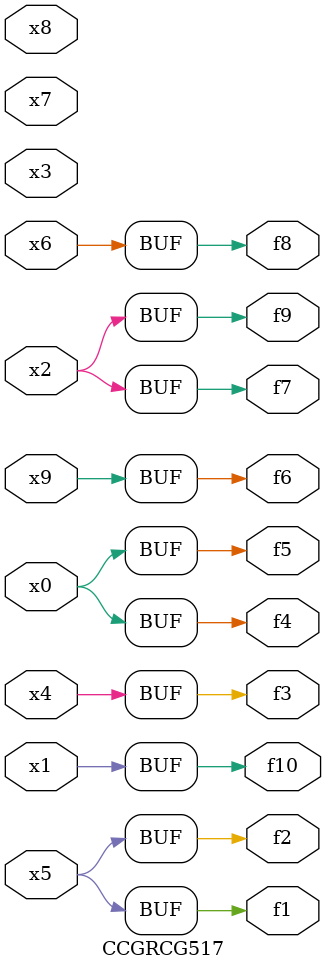
<source format=v>
module CCGRCG517(
	input x0, x1, x2, x3, x4, x5, x6, x7, x8, x9,
	output f1, f2, f3, f4, f5, f6, f7, f8, f9, f10
);
	assign f1 = x5;
	assign f2 = x5;
	assign f3 = x4;
	assign f4 = x0;
	assign f5 = x0;
	assign f6 = x9;
	assign f7 = x2;
	assign f8 = x6;
	assign f9 = x2;
	assign f10 = x1;
endmodule

</source>
